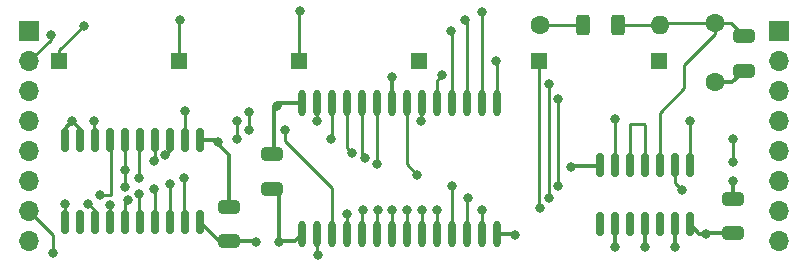
<source format=gtl>
G04 #@! TF.GenerationSoftware,KiCad,Pcbnew,6.0.10-86aedd382b~118~ubuntu20.04.1*
G04 #@! TF.CreationDate,2022-12-28T18:12:39+00:00*
G04 #@! TF.ProjectId,slrm,736c726d-2e6b-4696-9361-645f70636258,rev?*
G04 #@! TF.SameCoordinates,Original*
G04 #@! TF.FileFunction,Copper,L1,Top*
G04 #@! TF.FilePolarity,Positive*
%FSLAX46Y46*%
G04 Gerber Fmt 4.6, Leading zero omitted, Abs format (unit mm)*
G04 Created by KiCad (PCBNEW 6.0.10-86aedd382b~118~ubuntu20.04.1) date 2022-12-28 18:12:39*
%MOMM*%
%LPD*%
G01*
G04 APERTURE LIST*
G04 Aperture macros list*
%AMRoundRect*
0 Rectangle with rounded corners*
0 $1 Rounding radius*
0 $2 $3 $4 $5 $6 $7 $8 $9 X,Y pos of 4 corners*
0 Add a 4 corners polygon primitive as box body*
4,1,4,$2,$3,$4,$5,$6,$7,$8,$9,$2,$3,0*
0 Add four circle primitives for the rounded corners*
1,1,$1+$1,$2,$3*
1,1,$1+$1,$4,$5*
1,1,$1+$1,$6,$7*
1,1,$1+$1,$8,$9*
0 Add four rect primitives between the rounded corners*
20,1,$1+$1,$2,$3,$4,$5,0*
20,1,$1+$1,$4,$5,$6,$7,0*
20,1,$1+$1,$6,$7,$8,$9,0*
20,1,$1+$1,$8,$9,$2,$3,0*%
G04 Aperture macros list end*
G04 #@! TA.AperFunction,SMDPad,CuDef*
%ADD10RoundRect,0.250000X-0.312500X-0.625000X0.312500X-0.625000X0.312500X0.625000X-0.312500X0.625000X0*%
G04 #@! TD*
G04 #@! TA.AperFunction,SMDPad,CuDef*
%ADD11RoundRect,0.250000X0.650000X-0.325000X0.650000X0.325000X-0.650000X0.325000X-0.650000X-0.325000X0*%
G04 #@! TD*
G04 #@! TA.AperFunction,ComponentPad*
%ADD12R,1.350000X1.350000*%
G04 #@! TD*
G04 #@! TA.AperFunction,ComponentPad*
%ADD13C,1.600000*%
G04 #@! TD*
G04 #@! TA.AperFunction,SMDPad,CuDef*
%ADD14O,0.600000X2.250000*%
G04 #@! TD*
G04 #@! TA.AperFunction,ComponentPad*
%ADD15R,1.700000X1.700000*%
G04 #@! TD*
G04 #@! TA.AperFunction,ComponentPad*
%ADD16O,1.700000X1.700000*%
G04 #@! TD*
G04 #@! TA.AperFunction,ComponentPad*
%ADD17O,1.600000X1.600000*%
G04 #@! TD*
G04 #@! TA.AperFunction,SMDPad,CuDef*
%ADD18RoundRect,0.150000X-0.150000X0.837500X-0.150000X-0.837500X0.150000X-0.837500X0.150000X0.837500X0*%
G04 #@! TD*
G04 #@! TA.AperFunction,SMDPad,CuDef*
%ADD19RoundRect,0.150000X-0.150000X0.825000X-0.150000X-0.825000X0.150000X-0.825000X0.150000X0.825000X0*%
G04 #@! TD*
G04 #@! TA.AperFunction,SMDPad,CuDef*
%ADD20RoundRect,0.250000X-0.650000X0.325000X-0.650000X-0.325000X0.650000X-0.325000X0.650000X0.325000X0*%
G04 #@! TD*
G04 #@! TA.AperFunction,ViaPad*
%ADD21C,0.800000*%
G04 #@! TD*
G04 #@! TA.AperFunction,Conductor*
%ADD22C,0.250000*%
G04 #@! TD*
G04 #@! TA.AperFunction,Conductor*
%ADD23C,0.350000*%
G04 #@! TD*
G04 APERTURE END LIST*
D10*
X166277500Y-85800000D03*
X169202500Y-85800000D03*
D11*
X179870000Y-89725000D03*
X179870000Y-86775000D03*
D12*
X121920000Y-88900000D03*
X162560000Y-88900000D03*
D13*
X177400000Y-85690000D03*
X177400000Y-90690000D03*
D12*
X142240000Y-88900000D03*
D14*
X142493809Y-103550000D03*
X143763809Y-103550000D03*
X145033809Y-103550000D03*
X146303809Y-103550000D03*
X147573809Y-103550000D03*
X148843809Y-103550000D03*
X150113809Y-103550000D03*
X151383809Y-103550000D03*
X152653809Y-103550000D03*
X153923809Y-103550000D03*
X155193809Y-103550000D03*
X156463809Y-103550000D03*
X157733809Y-103550000D03*
X159003809Y-103550000D03*
X158943809Y-92450000D03*
X157673809Y-92450000D03*
X156403809Y-92450000D03*
X155133809Y-92450000D03*
X153863809Y-92450000D03*
X152593809Y-92450000D03*
X151323809Y-92450000D03*
X150053809Y-92450000D03*
X148783809Y-92450000D03*
X147513809Y-92450000D03*
X146243809Y-92450000D03*
X144973809Y-92450000D03*
X143703809Y-92450000D03*
X142433809Y-92450000D03*
D15*
X119380000Y-86360000D03*
D16*
X119380000Y-88900000D03*
X119380000Y-91440000D03*
X119380000Y-93980000D03*
X119380000Y-96520000D03*
X119380000Y-99060000D03*
X119380000Y-101600000D03*
X119380000Y-104140000D03*
D11*
X179000000Y-103475000D03*
X179000000Y-100525000D03*
D17*
X172745400Y-85826600D03*
D13*
X162585400Y-85826600D03*
D11*
X136300000Y-104150000D03*
X136300000Y-101200000D03*
D15*
X182880000Y-86360000D03*
D16*
X182880000Y-88900000D03*
X182880000Y-91440000D03*
X182880000Y-93980000D03*
X182880000Y-96520000D03*
X182880000Y-99060000D03*
X182880000Y-101600000D03*
X182880000Y-104140000D03*
D12*
X132080000Y-88900000D03*
X172720000Y-88900000D03*
D18*
X133815000Y-95577500D03*
X132545000Y-95577500D03*
X131275000Y-95577500D03*
X130005000Y-95577500D03*
X128735000Y-95577500D03*
X127465000Y-95577500D03*
X126195000Y-95577500D03*
X124925000Y-95577500D03*
X123655000Y-95577500D03*
X122385000Y-95577500D03*
X122385000Y-102502500D03*
X123655000Y-102502500D03*
X124925000Y-102502500D03*
X126195000Y-102502500D03*
X127465000Y-102502500D03*
X128735000Y-102502500D03*
X130005000Y-102502500D03*
X131275000Y-102502500D03*
X132545000Y-102502500D03*
X133815000Y-102502500D03*
D19*
X175285000Y-97715000D03*
X174015000Y-97715000D03*
X172745000Y-97715000D03*
X171475000Y-97715000D03*
X170205000Y-97715000D03*
X168935000Y-97715000D03*
X167665000Y-97715000D03*
X167665000Y-102665000D03*
X168935000Y-102665000D03*
X170205000Y-102665000D03*
X171475000Y-102665000D03*
X172745000Y-102665000D03*
X174015000Y-102665000D03*
X175285000Y-102665000D03*
D12*
X152400000Y-88900000D03*
D20*
X139900000Y-96789583D03*
X139900000Y-99739583D03*
D21*
X138585685Y-104205946D03*
X176700000Y-103500000D03*
X140350000Y-92650000D03*
X135320000Y-95750000D03*
X179000000Y-99000000D03*
X168930000Y-104600000D03*
X174040000Y-104630000D03*
X150100000Y-90200000D03*
X140500000Y-104200000D03*
X123000000Y-93980000D03*
X165240000Y-97820000D03*
X171480000Y-104630000D03*
X160500000Y-103600000D03*
X121195500Y-86700000D03*
X154300000Y-90100000D03*
X137000000Y-95451000D03*
X144900000Y-95451000D03*
X137000000Y-93980000D03*
X124900000Y-93980000D03*
X128700000Y-98800000D03*
X152200000Y-98500000D03*
X127482600Y-98075500D03*
X148800000Y-97575500D03*
X127500000Y-99524500D03*
X121400000Y-105100000D03*
X125345059Y-100249000D03*
X143800000Y-105300000D03*
X155100000Y-86300000D03*
X124000000Y-85900000D03*
X156300000Y-85400000D03*
X132100000Y-85375500D03*
X157700000Y-84700000D03*
X142300000Y-84675500D03*
X158900000Y-88900000D03*
X162600000Y-101300000D03*
X157700000Y-101500000D03*
X163400000Y-90800000D03*
X156500000Y-100500000D03*
X163400000Y-100500000D03*
X155200000Y-99500000D03*
X164124500Y-99500000D03*
X164124500Y-92100000D03*
X143700000Y-94000000D03*
X175300000Y-94000000D03*
X138000000Y-93192600D03*
X138000000Y-94726500D03*
X132537200Y-93141800D03*
X141000000Y-94726500D03*
X129921000Y-97325500D03*
X147818154Y-97125500D03*
X130885397Y-96875500D03*
X146710400Y-96675500D03*
X179000000Y-97400000D03*
X179000000Y-95450500D03*
X174600000Y-99800000D03*
X122402600Y-100973500D03*
X146300000Y-101800000D03*
X124383800Y-100973500D03*
X126200000Y-101075500D03*
X147600000Y-101500000D03*
X148900000Y-101500000D03*
X127700000Y-100625500D03*
X150100000Y-101500000D03*
X128700000Y-100175500D03*
X129900000Y-99725500D03*
X151400000Y-101500000D03*
X152600000Y-101500000D03*
X131300000Y-99275500D03*
X153900000Y-101500000D03*
X132500000Y-98825500D03*
X168940000Y-93780000D03*
X152560000Y-94001500D03*
D22*
X152560000Y-94001500D02*
X152560000Y-92483809D01*
X152560000Y-92483809D02*
X152593809Y-92450000D01*
X177400000Y-85690000D02*
X178785000Y-85690000D01*
X178785000Y-85690000D02*
X179870000Y-86775000D01*
D23*
X177400000Y-90690000D02*
X178905000Y-90690000D01*
X178905000Y-90690000D02*
X179870000Y-89725000D01*
D22*
X172745400Y-85826600D02*
X169229100Y-85826600D01*
X169229100Y-85826600D02*
X169202500Y-85800000D01*
X162585400Y-85826600D02*
X166250900Y-85826600D01*
X166250900Y-85826600D02*
X166277500Y-85800000D01*
D23*
X133815000Y-102502500D02*
X135612500Y-104300000D01*
X176725000Y-103475000D02*
X179000000Y-103475000D01*
X176700000Y-103500000D02*
X176120000Y-103500000D01*
X140121235Y-92878765D02*
X140350000Y-92650000D01*
X176120000Y-103500000D02*
X175285000Y-102665000D01*
X140350000Y-92650000D02*
X140550000Y-92450000D01*
X138529739Y-104150000D02*
X138585685Y-104205946D01*
X136300000Y-104150000D02*
X138529739Y-104150000D01*
X140121235Y-96568348D02*
X140121235Y-92878765D01*
X135612500Y-104300000D02*
X136150000Y-104300000D01*
X139900000Y-96789583D02*
X140121235Y-96568348D01*
X140550000Y-92450000D02*
X142433809Y-92450000D01*
X176700000Y-103500000D02*
X176725000Y-103475000D01*
X122385000Y-94595000D02*
X123000000Y-93980000D01*
X174015000Y-104605000D02*
X174015000Y-102665000D01*
X171475000Y-102665000D02*
X171475000Y-104625000D01*
X141903809Y-104140000D02*
X140560000Y-104140000D01*
X135147500Y-95577500D02*
X133815000Y-95577500D01*
X140500000Y-104200000D02*
X140500000Y-100339583D01*
X174040000Y-104630000D02*
X174015000Y-104605000D01*
X135320000Y-95750000D02*
X135320000Y-95895000D01*
X159003809Y-103550000D02*
X160450000Y-103550000D01*
X168935000Y-104595000D02*
X168930000Y-104600000D01*
X135320000Y-95895000D02*
X136300000Y-96875000D01*
X165280000Y-97780000D02*
X167600000Y-97780000D01*
X171475000Y-104625000D02*
X171480000Y-104630000D01*
X122385000Y-95577500D02*
X122385000Y-94595000D01*
X140500000Y-100339583D02*
X139900000Y-99739583D01*
X160450000Y-103550000D02*
X160500000Y-103600000D01*
X123655000Y-95577500D02*
X123655000Y-94635000D01*
X142493809Y-103550000D02*
X141903809Y-104140000D01*
X140560000Y-104140000D02*
X140500000Y-104200000D01*
X135320000Y-95750000D02*
X135147500Y-95577500D01*
X136300000Y-96875000D02*
X136300000Y-101200000D01*
X165240000Y-97820000D02*
X165280000Y-97780000D01*
X123655000Y-94635000D02*
X123000000Y-93980000D01*
X167600000Y-97780000D02*
X167665000Y-97715000D01*
X150053809Y-90246191D02*
X150100000Y-90200000D01*
X150053809Y-92450000D02*
X150053809Y-90246191D01*
X168935000Y-102665000D02*
X168935000Y-104595000D01*
X179000000Y-100525000D02*
X179000000Y-99000000D01*
D22*
X121195500Y-86700000D02*
X121195500Y-87084500D01*
X121195500Y-87084500D02*
X119380000Y-88900000D01*
X154300000Y-90100000D02*
X153863809Y-90536191D01*
X153863809Y-90536191D02*
X153863809Y-92450000D01*
X124900000Y-93980000D02*
X124900000Y-95552500D01*
X124900000Y-95552500D02*
X124925000Y-95577500D01*
X144973809Y-95377191D02*
X144900000Y-95451000D01*
X144973809Y-92450000D02*
X144973809Y-95377191D01*
X137000000Y-95451000D02*
X137000000Y-93980000D01*
X151323809Y-97623809D02*
X151323809Y-92450000D01*
X128700000Y-95612500D02*
X128735000Y-95577500D01*
X152200000Y-98500000D02*
X151323809Y-97623809D01*
X128700000Y-98800000D02*
X128700000Y-95612500D01*
X148783809Y-97559309D02*
X148783809Y-92450000D01*
X127482600Y-98075500D02*
X127482600Y-95595100D01*
X127500000Y-98092900D02*
X127500000Y-99524500D01*
X127482600Y-95595100D02*
X127465000Y-95577500D01*
X127482600Y-98075500D02*
X127500000Y-98092900D01*
X148800000Y-97575500D02*
X148783809Y-97559309D01*
X143763809Y-103550000D02*
X143763809Y-104936191D01*
X143763809Y-104936191D02*
X143763809Y-105263809D01*
X126195000Y-95577500D02*
X126300000Y-95682500D01*
X143763809Y-105263809D02*
X143800000Y-105300000D01*
X121400000Y-103620000D02*
X119380000Y-101600000D01*
X121400000Y-105100000D02*
X121400000Y-103620000D01*
X125394059Y-100200000D02*
X125345059Y-100249000D01*
X126300000Y-95682500D02*
X126300000Y-100200000D01*
X126300000Y-100200000D02*
X125394059Y-100200000D01*
X155100000Y-86300000D02*
X155133809Y-86333809D01*
X121920000Y-87980000D02*
X121920000Y-88900000D01*
X124000000Y-85900000D02*
X121920000Y-87980000D01*
X155133809Y-86333809D02*
X155133809Y-92450000D01*
X132100000Y-85375500D02*
X132080000Y-85395500D01*
X132080000Y-85395500D02*
X132080000Y-88900000D01*
X156403809Y-85503809D02*
X156403809Y-92450000D01*
X156300000Y-85400000D02*
X156403809Y-85503809D01*
X142300000Y-84675500D02*
X142240000Y-84735500D01*
X157700000Y-84700000D02*
X157673809Y-84726191D01*
X157673809Y-84726191D02*
X157673809Y-92450000D01*
X142240000Y-84735500D02*
X142240000Y-88900000D01*
X158943809Y-88943809D02*
X158900000Y-88900000D01*
X158943809Y-92450000D02*
X158943809Y-88943809D01*
X162560000Y-101260000D02*
X162560000Y-88900000D01*
X162600000Y-101300000D02*
X162560000Y-101260000D01*
X157733809Y-103550000D02*
X157733809Y-101533809D01*
X157733809Y-101533809D02*
X157700000Y-101500000D01*
X156463809Y-100536191D02*
X156463809Y-103550000D01*
X163400000Y-100500000D02*
X163400000Y-90800000D01*
X156500000Y-100500000D02*
X156463809Y-100536191D01*
X155193809Y-99506191D02*
X155193809Y-103550000D01*
X164124500Y-99500000D02*
X164124500Y-92100000D01*
X155200000Y-99500000D02*
X155193809Y-99506191D01*
X143700000Y-94000000D02*
X143700000Y-92453809D01*
X175300000Y-97700000D02*
X175285000Y-97715000D01*
X175300000Y-94000000D02*
X175300000Y-97700000D01*
X145033809Y-103550000D02*
X145033809Y-99663809D01*
X145033809Y-99663809D02*
X141000000Y-95630000D01*
X132537200Y-95569700D02*
X132545000Y-95577500D01*
X141000000Y-95630000D02*
X141000000Y-94726500D01*
X138000000Y-94726500D02*
X138000000Y-93192600D01*
X132537200Y-93141800D02*
X132537200Y-95569700D01*
X130005000Y-97005000D02*
X130165000Y-97165000D01*
X130005000Y-95577500D02*
X130005000Y-97005000D01*
X147513809Y-96821155D02*
X147513809Y-92450000D01*
X147818154Y-97125500D02*
X147513809Y-96821155D01*
X179000000Y-97400000D02*
X179000000Y-95450500D01*
X146243809Y-96208909D02*
X146243809Y-92450000D01*
X131275000Y-96485897D02*
X131275000Y-95577500D01*
X146710400Y-96675500D02*
X146243809Y-96208909D01*
X130885397Y-96875500D02*
X131275000Y-96485897D01*
X122385000Y-100991100D02*
X122385000Y-102502500D01*
X174015000Y-97715000D02*
X174015000Y-99215000D01*
X174015000Y-99215000D02*
X174600000Y-99800000D01*
X122402600Y-100973500D02*
X122385000Y-100991100D01*
X124383800Y-100973500D02*
X124925000Y-101514700D01*
X124925000Y-101514700D02*
X124925000Y-102502500D01*
X146303809Y-103550000D02*
X146303809Y-101803809D01*
X146303809Y-101803809D02*
X146300000Y-101800000D01*
X147573809Y-101526191D02*
X147573809Y-103550000D01*
X147600000Y-101500000D02*
X147573809Y-101526191D01*
X126200000Y-102497500D02*
X126195000Y-102502500D01*
X126200000Y-101075500D02*
X126200000Y-102497500D01*
X148843809Y-101556191D02*
X148843809Y-103550000D01*
X148900000Y-101500000D02*
X148843809Y-101556191D01*
X127465000Y-100860500D02*
X127465000Y-102502500D01*
X127700000Y-100625500D02*
X127465000Y-100860500D01*
X150113809Y-101513809D02*
X150113809Y-103550000D01*
X128700000Y-100175500D02*
X128700000Y-102467500D01*
X128700000Y-102467500D02*
X128735000Y-102502500D01*
X150100000Y-101500000D02*
X150113809Y-101513809D01*
X151383809Y-103516191D02*
X151383809Y-103550000D01*
X129900000Y-99725500D02*
X130000000Y-99825500D01*
X130000000Y-99825500D02*
X130000000Y-102497500D01*
X130000000Y-102497500D02*
X130005000Y-102502500D01*
X151400000Y-103500000D02*
X151383809Y-103516191D01*
X151400000Y-101500000D02*
X151400000Y-103500000D01*
X131300000Y-102477500D02*
X131275000Y-102502500D01*
X152600000Y-101500000D02*
X152653809Y-101553809D01*
X152653809Y-101553809D02*
X152653809Y-103550000D01*
X131300000Y-99275500D02*
X131300000Y-102477500D01*
X153923809Y-101523809D02*
X153923809Y-103550000D01*
X132500000Y-98825500D02*
X132500000Y-102457500D01*
X153900000Y-101500000D02*
X153923809Y-101523809D01*
X132500000Y-102457500D02*
X132545000Y-102502500D01*
X172882000Y-85690000D02*
X172745400Y-85826600D01*
X174840000Y-89182200D02*
X177400000Y-86622200D01*
X177400000Y-86622200D02*
X177400000Y-85690000D01*
X172745000Y-93285000D02*
X174840000Y-91190000D01*
X177400000Y-85690000D02*
X172882000Y-85690000D01*
X174840000Y-91190000D02*
X174840000Y-89182200D01*
X172745000Y-97715000D02*
X172745000Y-93285000D01*
X171475098Y-94290088D02*
X171391048Y-94206038D01*
X171475098Y-97714902D02*
X171475098Y-94290088D01*
X171391048Y-94206038D02*
X170207894Y-94206038D01*
X171475000Y-97715000D02*
X171475098Y-97714902D01*
X170205000Y-94208932D02*
X170205000Y-97715000D01*
X170207894Y-94206038D02*
X170205000Y-94208932D01*
X168935000Y-97715000D02*
X168935000Y-93785000D01*
X168935000Y-93785000D02*
X168940000Y-93780000D01*
M02*

</source>
